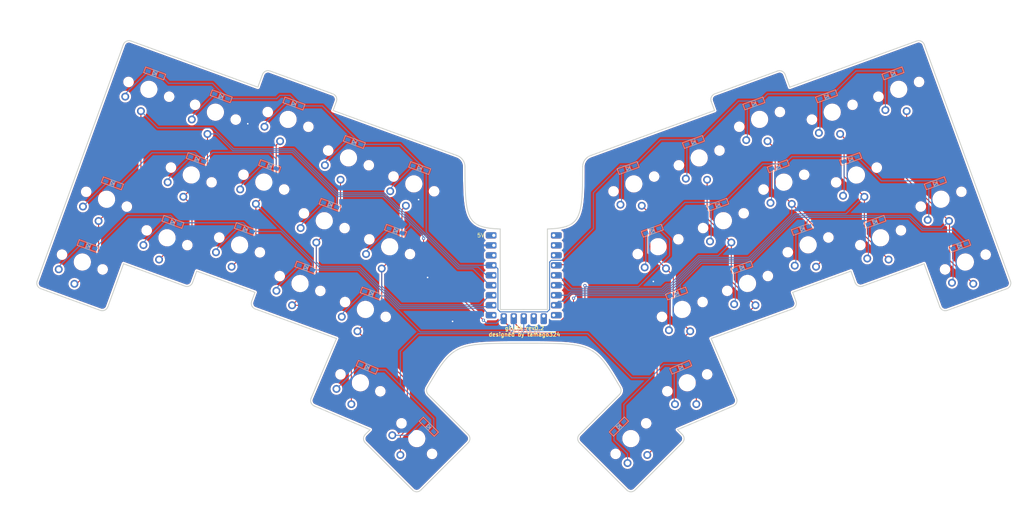
<source format=kicad_pcb>
(kicad_pcb (version 20211014) (generator pcbnew)
  (layers (0 "F.Cu" signal) (31 "B.Cu" signal) (34 "B.Paste" user) (35 "F.Paste" user) (36 "B.SilkS" user "B.Silkscreen") (37 "F.SilkS" user "F.Silkscreen") (38 "B.Mask" user) (39 "F.Mask" user) (44 "Edge.Cuts" user))
  (net 0 "")
  (net 1 "row0")
  (net 2 "Net-(D1-Pad2)")
  (net 3 "Net-(D2-Pad2)")
  (net 4 "Net-(D3-Pad2)")
  (net 5 "Net-(D4-Pad2)")
  (net 6 "Net-(D5-Pad2)")
  (net 7 "Net-(D6-Pad2)")
  (net 8 "Net-(D7-Pad2)")
  (net 9 "Net-(D8-Pad2)")
  (net 10 "Net-(D9-Pad2)")
  (net 11 "Net-(D10-Pad2)")
  (net 12 "row1")
  (net 13 "Net-(D11-Pad2)")
  (net 14 "Net-(D12-Pad2)")
  (net 15 "Net-(D13-Pad2)")
  (net 16 "Net-(D14-Pad2)")
  (net 17 "Net-(D15-Pad2)")
  (net 18 "Net-(D16-Pad2)")
  (net 19 "Net-(D17-Pad2)")
  (net 20 "Net-(D18-Pad2)")
  (net 21 "Net-(D19-Pad2)")
  (net 22 "Net-(D20-Pad2)")
  (net 23 "row2")
  (net 24 "Net-(D21-Pad2)")
  (net 25 "Net-(D22-Pad2)")
  (net 26 "Net-(D23-Pad2)")
  (net 27 "Net-(D24-Pad2)")
  (net 28 "Net-(D25-Pad2)")
  (net 29 "Net-(D26-Pad2)")
  (net 30 "Net-(D27-Pad2)")
  (net 31 "Net-(D28-Pad2)")
  (net 32 "Net-(D29-Pad2)")
  (net 33 "Net-(D30-Pad2)")
  (net 34 "row3")
  (net 35 "Net-(D31-Pad2)")
  (net 36 "Net-(D32-Pad2)")
  (net 37 "Net-(D33-Pad2)")
  (net 38 "Net-(D34-Pad2)")
  (net 42 "col5")
  (net 43 "col6")
  (net 44 "col7")
  (net 45 "col8")
  (net 46 "col9")
  (net 50 "col2")
  (net 51 "col3")
  (net 52 "col4")
  (net 53 "col1")
  (net 54 "col0")
  (net 56 "GND")
  (net 57 "VCC")
  (footprint "gku34:SW_Choc" (layer "F.Cu") (at 199.476843 36.727593 20)
    (fp_text reference "SW8" hide)
    (fp_text value "SW_PUSH")
  )
  (footprint "gku34:SW_Choc" (layer "F.Cu") (at 67.26 68.69 -20)
    (fp_text reference "SW23" hide)
    (fp_text value "SW_PUSH")
  )
  (footprint "gku34:RP2040-Zero" (layer "F.Cu") (at 129.345 89.105)
    (fp_text reference "RZ1")
    (fp_text value "RP2040-Zero" hide)
  )
  (footprint "gku34:Diode_SMD" (layer "F.Cu") (at 68.75 64.65 160)
    (fp_text reference "D23" hide)
    (fp_text value "D" hide)
  )
  (footprint "gku34:Diode_SMD" (layer "F.Cu") (at 210.36 64.61 -160)
    (fp_text reference "D28" hide)
    (fp_text value "D" hide)
  )
  (footprint "gku34:SW_Choc" (layer "F.Cu") (at 73.42 52.69 -20)
    (fp_text reference "SW13" hide)
    (fp_text value "SW_PUSH")
  )
  (footprint "gku34:Diode_SMD" (layer "F.Cu") (at 198.02 32.67 -160)
    (fp_text reference "D8" hide)
    (fp_text value "D" hide)
  )
  (footprint "gku34:SW_Choc" (layer "F.Cu") (at 111.56 53.15 -20)
    (fp_text reference "SW5" hide)
    (fp_text value "SW_PUSH")
  )
  (footprint "gku34:Diode_SMD" (layer "F.Cu") (at 90.29 58.49 160)
    (fp_text reference "D14" hide)
    (fp_text value "D" hide)
  )
  (footprint "gku34:Diode_SMD" (layer "F.Cu") (at 113.05 49.11 160)
    (fp_text reference "D5" hide)
    (fp_text value "D" hide)
  )
  (footprint "gku34:SW_Choc" (layer "F.Cu") (at 217.94 34.9 20)
    (fp_text reference "SW9" hide)
    (fp_text value "SW_PUSH")
  )
  (footprint "gku34:Diode_SMD" (layer "F.Cu") (at 34.93 53.01 160)
    (fp_text reference "D11" hide)
    (fp_text value "D" hide)
  )
  (footprint "gku34:SW_Choc" (layer "F.Cu") (at 48.81 66.86 -20)
    (fp_text reference "SW22" hide)
    (fp_text value "SW_PUSH")
  )
  (footprint "gku34:SW_Choc" (layer "F.Cu") (at 105.42 69.14 -20)
    (fp_text reference "SW15" hide)
    (fp_text value "SW_PUSH")
  )
  (footprint "gku34:SW_Choc" (layer "F.Cu") (at 234.85 29.08 20)
    (fp_text reference "SWe" hide)
    (fp_text value "SW_PUSH")
  )
  (footprint "gku34:Diode_SMD" (layer "F.Cu") (at 204.19 48.66 -160)
    (fp_text reference "D18" hide)
    (fp_text value "D" hide)
  )
  (footprint "gku34:Diode_SMD" (layer "F.Cu") (at 194.96 74.43 -160)
    (fp_text reference "D27" hide)
    (fp_text value "D" hide)
  )
  (footprint "gku34:Diode_SMD" (layer "F.Cu") (at 28.77 68.99 160)
    (fp_text reference "D21" hide)
    (fp_text value "D" hide)
  )
  (footprint "gku34:SW_Choc" (layer "F.Cu") (at 61.113157 34.897593 -20)
    (fp_text reference "SW2" hide)
    (fp_text value "SW_PUSH")
  )
  (footprint "gku34:Diode_SMD" (layer "F.Cu") (at 81.09 32.7 160)
    (fp_text reference "D3" hide)
    (fp_text value "D" hide)
  )
  (footprint "gku34:Diode_SMD" (layer "F.Cu") (at 250.33 68.97 -160)
    (fp_text reference "D30" hide)
    (fp_text value "D" hide)
  )
  (footprint "gku34:Diode_SMD" (layer "F.Cu") (at 96.44 42.48 160)
    (fp_text reference "D4" hide)
    (fp_text value "D" hide)
  )
  (footprint "gku34:SW_Choc" (layer "F.Cu") (at 166.75 117.97 45)
    (fp_text reference "SW33" hide)
    (fp_text value "SW_PUSH")
  )
  (footprint "gku34:Diode_SMD" (layer "F.Cu") (at 182.66 42.48 -160)
    (fp_text reference "D7" hide)
    (fp_text value "D" hide)
  )
  (footprint "gku34:Diode_SMD" (layer "F.Cu") (at 115.37 114.94 135)
    (fp_text reference "D32" hide)
    (fp_text value "D" hide)
  )
  (footprint "gku34:SW_Choc" (layer "F.Cu") (at 196.41 78.48 20)
    (fp_text reference "SW27" hide)
    (fp_text value "SW_PUSH")
  )
  (footprint "gku34:Diode_SMD" (layer "F.Cu") (at 222.63 46.83 -160)
    (fp_text reference "D19" hide)
    (fp_text value "D" hide)
  )
  (footprint "gku34:Diode_SMD" (layer "F.Cu") (at 50.31 62.82 160)
    (fp_text reference "D22" hide)
    (fp_text value "D" hide)
  )
  (footprint "gku34:SW_Choc" (layer "F.Cu") (at 251.786843 73.027593 20)
    (fp_text reference "SW30" hide)
    (fp_text value "SW_PUSH")
  )
  (footprint "gku34:SW_Choc" (layer "F.Cu") (at 230.25 66.86 20)
    (fp_text reference "SW29" hide)
    (fp_text value "SW_PUSH")
  )
  (footprint "gku34:Diode_SMD" (layer "F.Cu") (at 56.48 46.83 160)
    (fp_text reference "D12" hide)
    (fp_text value "D" hide)
  )
  (footprint "gku34:Diode_SMD" (layer "F.Cu") (at 74.91 48.64 160)
    (fp_text reference "D13" hide)
    (fp_text value "D" hide)
  )
  (footprint "gku34:SW_Choc" (layer "F.Cu") (at 82.63 78.5 -20)
    (fp_text reference "SW24" hide)
    (fp_text value "SW_PUSH")
  )
  (footprint "gku34:SW_Choc" (layer "F.Cu") (at 205.641691 52.701111 20)
    (fp_text reference "SW18" hide)
    (fp_text value "SW_PUSH")
  )
  (footprint "gku34:Diode_SMD" (layer "F.Cu") (at 244.16 52.98 -160)
    (fp_text reference "D20" hide)
    (fp_text value "D" hide)
  )
  (footprint "gku34:SW_Choc" (layer "F.Cu") (at 54.98 50.87 -20)
    (fp_text reference "SW12" hide)
    (fp_text value "SW_PUSH")
  )
  (footprint "gku34:Diode_SMD" (layer "F.Cu") (at 188.82 58.46 -160)
    (fp_text reference "D17" hide)
    (fp_text value "D" hide)
  )
  (footprint "gku34:Diode_SMD" (layer "F.Cu") (at 106.92 65.1 160)
    (fp_text reference "D15" hide)
    (fp_text value "D" hide)
  )
  (footprint "gku34:Diode_SMD" (layer "F.Cu") (at 166.05 49.11 -160)
    (fp_text reference "D6" hide)
    (fp_text value "D" hide)
  )
  (footprint "gku34:SW_Choc" (layer "F.Cu") (at 184.116843 46.537593 20)
    (fp_text reference "SW7" hide)
    (fp_text value "SW_PUSH")
  )
  (footprint "gku34:SW_Choc" (layer "F.Cu") (at 27.28 73.03 -20)
    (fp_text reference "SW21" hide)
    (fp_text value "SW_PUSH")
  )
  (footprint "gku34:SW_Choc" (layer "F.Cu") (at 211.81 68.67 20)
    (fp_text reference "SW28" hide)
    (fp_text value "SW_PUSH")
  )
  (footprint "gku34:SW_Choc" (layer "F.Cu") (at 99.243157 85.097593 -20)
    (fp_text reference "SW25" hide)
    (fp_text value "SW_PUSH")
  )
  (footprint "gku34:Diode_SMD" (layer "F.Cu") (at 216.49 30.85 -160)
    (fp_text reference "D9" hide)
    (fp_text value "D" hide)
  )
  (footprint "gku34:Diode_SMD" (layer "F.Cu") (at 233.39 25.02 -160)
    (fp_text reference "D10" hide)
    (fp_text value "D" hide)
  )
  (footprint "gku34:SW_Choc" (layer "F.Cu") (at 173.656843 69.127593 20)
    (fp_text reference "SW16" hide)
    (fp_text value "SW_PUSH")
  )
  (footprint "gku34:Diode_SMD" (layer "F.Cu") (at 100.74 81.06 160)
    (fp_text reference "D25" hide)
    (fp_text value "D" hide)
  )
  (footprint "gku34:SW_Choc" (layer "F.Cu") (at 112.31 117.97 -45)
    (fp_text reference "SW32" hide)
    (fp_text value "SW_PUSH")
  )
  (footprint "gku34:SW_Choc" (layer "F.Cu") (at 97.98474 103.777177 -23)
    (fp_text reference "SW31" hide)
    (fp_text value "SW_PUSH")
  )
  (footprint "gku34:SW_Choc" (layer "F.Cu") (at 167.496843 53.157593 20)
    (fp_text reference "SW6" hide)
    (fp_text value "SW_PUSH")
  )
  (footprint "gku34:SW_Choc" (layer "F.Cu") (at 88.79 62.52 -20)
    (fp_text reference "SW14" hide)
    (fp_text value "SW_PUSH")
  )
  (footprint "gku34:Diode_SMD" (layer "F.Cu") (at 228.8 62.81 -160)
    (fp_text reference "D29" hide)
    (fp_text value "D" hide)
  )
  (footprint "gku34:Diode_SMD" (layer "F.Cu") (at 163.71 114.91 -135)
    (fp_text reference "D33" hide)
    (fp_text value "D" hide)
  )
  (footprint "gku34:Diode_SMD" (layer "F.Cu") (at 178.36 81.04 -160)
    (fp_text reference "D26" hide)
    (fp_text value "D" hide)
  )
  (footprint "gku34:SW_Choc" (layer "F.Cu") (at 224.096843 50.887593 20)
    (fp_text reference "SW19" hide)
    (fp_text value "SW_PUSH")
  )
  (footprint "gku34:Diode_SMD" (layer "F.Cu") (at 99.69 99.82 157)
    (fp_text reference "D31" hide)
    (fp_text value "D" hide)
  )
  (footprint "gku34:Diode_SMD" (layer "F.Cu") (at 179.42 99.8 -157)
    (fp_text reference "D34" hide)
    (fp_text value "D" hide)
  )
  (footprint "gku34:SW_Choc" (layer "F.Cu") (at 181.08 103.77 23)
    (fp_text reference "SW34" hide)
    (fp_text value "SW_PUSH")
  )
  (footprint "gku34:SW_Choc" (layer "F.Cu") (at 44.19 29.08 -20)
    (fp_text reference "SW1" hide)
    (fp_text value "SW_PUSH")
  )
  (footprint "gku34:SW_Choc" (layer "F.Cu") (at 190.27 62.51 20)
    (fp_text reference "SW17" hide)
    (fp_text value "SW_PUSH")
  )
  (footprint "gku34:Diode_SMD" (layer "F.Cu") (at 45.68 25.04 160)
    (fp_text reference "D1" hide)
    (fp_text value "D" hide)
  )
  (footprint "gku34:SW_Choc" (layer "F.Cu") (at 79.59 36.74 -20)
    (fp_text reference "SW3" hide)
    (fp_text value "SW_PUSH")
  )
  (footprint "gku34:SW_Choc" (layer "F.Cu") (at 179.816843 85.097593 20)
    (fp_text reference "SW26" hide)
    (fp_text value "SW_PUSH")
  )
  (footprint "gku34:Diode_SMD" (layer "F.Cu") (at 62.6 30.85 160)
    (fp_text reference "D2" hide)
    (fp_text value "D" hide)
  )
  (footprint "gku34:Diode_SMD" (layer "F.Cu") (at 172.2 65.07 -160)
    (fp_text reference "D16" hide)
    (fp_text value "D" hide)
  )
  (footprint "gku34:SW_Choc" (layer "F.Cu") (at 245.616843 57.037593 20)
    (fp_text reference "SW20" hide)
    (fp_text value "SW_PUSH")
  )
  (footprint "gku34:Diode_SMD" (layer "F.Cu") (at 84.12 74.45 160)
    (fp_text reference "D24" hide)
    (fp_text value "D" hide)
  )
  (footprint "gku34:SW_Choc" (layer "F.Cu") (at 94.95 46.53 -20)
    (fp_text reference "SW4" hide)
    (fp_text value "SW_PUSH")
  )
  (footprint "gku34:SW_Choc" (layer "F.Cu") (at 33.433157 57.047593 -20)
    (fp_text reference "SW11" hide)
    (fp_text value "SW_PUSH")
  )
  (gr_line (start 113.362219 131.061425) (end 125.383034 119.04061) (layer "Edge.Cuts") (width 0.25))
  (gr_line (start 91.907698 92.501796) (end 85.455516 107.702185) (layer "Edge.Cuts") (width 0.25))
  (gr_line (start 125.383034 116.91929) (end 115.239825 106.77608) (layer "Edge.Cuts") (width 0.25))
  (gr_line (start 145.530003 64.629208) (end 145.530003 85.133358) (layer "Edge.Cuts") (width 0.25))
  (gr_arc (start 167.819107 131.061425) (mid 166.758447 131.500765) (end 165.697787 131.061425) (layer "Edge.Cuts") (width 0.25))
  (gr_arc (start 86.250176 109.669039) (mid 85.445497 108.850191) (end 85.455516 107.702185) (layer "Edge.Cuts") (width 0.25))
  (gr_arc (start 225.683077 79.161784) (mid 224.536091 79.111732) (end 223.760508 78.265275) (layer "Edge.Cuts") (width 0.25))
  (gr_arc (start 99.220083 119.04061) (mid 98.780743 117.97995) (end 99.220083 116.91929) (layer "Edge.Cuts") (width 0.25))
  (gr_line (start 245.292247 84.432013) (end 241.304591 73.476018) (layer "Edge.Cuts") (width 0.25))
  (gr_line (start 16.700946 79.816468) (end 31.84519 85.328522) (layer "Edge.Cuts") (width 0.25))
  (gr_arc (start 115.239825 106.77608) (mid 114.812905 105.908052) (end 115.004642 104.959912) (layer "Edge.Cuts") (width 0.25))
  (gr_line (start 239.419191 16.789697) (end 207.144139 28.536856) (layer "Edge.Cuts") (width 0.25))
  (gr_arc (start 263.255568 77.893899) (mid 263.205485 79.040854) (end 262.35906 79.816468) (layer "Edge.Cuts") (width 0.25))
  (gr_line (start 222.700027 75.351628) (end 207.884792 80.743933) (layer "Edge.Cuts") (width 0.25))
  (gr_curve (pts (xy 164.055364 104.959912) (xy 157.48209 93.685472) (xy 156.99346 93.67829) (xy 139.530003 93.681048)) (layer "Edge.Cuts") (width 0.25))
  (gr_arc (start 125.383034 116.91929) (mid 125.822374 117.97995) (end 125.383034 119.04061) (layer "Edge.Cuts") (width 0.25))
  (gr_arc (start 16.700946 79.816468) (mid 15.854515 79.040856) (end 15.804438 77.893899) (layer "Edge.Cuts") (width 0.25))
  (gr_arc (start 247.214816 85.328522) (mid 246.067873 85.278436) (end 245.292247 84.432013) (layer "Edge.Cuts") (width 0.25))
  (gr_curve (pts (xy 154.502178 48.76833) (xy 154.487934 62.141197) (xy 154.042697 64.313791) (xy 145.530003 64.629208)) (layer "Edge.Cuts") (width 0.25))
  (gr_arc (start 193.60449 107.702185) (mid 193.61453 108.850215) (end 192.80983 109.669039) (layer "Edge.Cuts") (width 0.25))
  (gr_line (start 100.444992 115.694381) (end 99.220083 116.91929) (layer "Edge.Cuts") (width 0.25))
  (gr_arc (start 239.419191 16.789697) (mid 240.566136 16.839785) (end 241.34176 17.686206) (layer "Edge.Cuts") (width 0.25))
  (gr_line (start 133.530003 64.629208) (end 133.530003 85.133358) (layer "Edge.Cuts") (width 0.25))
  (gr_line (start 262.35906 79.816468) (end 247.214816 85.328522) (layer "Edge.Cuts") (width 0.25))
  (gr_line (start 71.231089 84.976126) (end 91.907698 92.501796) (layer "Edge.Cuts") (width 0.25))
  (gr_curve (pts (xy 115.004642 104.959912) (xy 121.577916 93.685472) (xy 122.066546 93.67829) (xy 139.530003 93.681048)) (layer "Edge.Cuts") (width 0.25))
  (gr_line (start 204.051166 24.424689) (end 188.076391 30.239031) (layer "Edge.Cuts") (width 0.25))
  (gr_line (start 192.80983 109.669039) (end 178.615014 115.694381) (layer "Edge.Cuts") (width 0.25))
  (gr_line (start 207.828917 84.976126) (end 187.152308 92.501796) (layer "Edge.Cuts") (width 0.25))
  (gr_line (start 187.152308 92.501796) (end 193.60449 107.702185) (layer "Edge.Cuts") (width 0.25))
  (gr_line (start 33.767759 84.432013) (end 37.755415 73.476018) (layer "Edge.Cuts") (width 0.25))
  (gr_line (start 153.676972 116.91929) (end 163.820181 106.77608) (layer "Edge.Cuts") (width 0.25))
  (gr_arc (start 154.502178 48.76833) (mid 155.045633 47.04948) (end 156.476116 45.952447) (layer "Edge.Cuts") (width 0.25))
  (gr_line (start 179.839923 119.04061) (end 167.819107 131.061425) (layer "Edge.Cuts") (width 0.25))
  (gr_arc (start 187.179883 32.1616) (mid 187.229931 31.014617) (end 188.076391 30.239031) (layer "Edge.Cuts") (width 0.25))
  (gr_line (start 71.915867 28.536856) (end 73.086271 25.321197) (layer "Edge.Cuts") (width 0.25))
  (gr_line (start 86.250176 109.669039) (end 100.444992 115.694381) (layer "Edge.Cuts") (width 0.25))
  (gr_arc (start 179.839923 116.91929) (mid 180.279263 117.97995) (end 179.839923 119.04061) (layer "Edge.Cuts") (width 0.25))
  (gr_line (start 223.760508 78.265275) (end 222.700027 75.351628) (layer "Edge.Cuts") (width 0.25))
  (gr_arc (start 164.055364 104.959912) (mid 164.247099 105.908053) (end 163.820181 106.77608) (layer "Edge.Cuts") (width 0.25))
  (gr_line (start 91.039489 34.471224) (end 122.58389 45.952447) (layer "Edge.Cuts") (width 0.25))
  (gr_line (start 133.530003 85.133358) (end 139.530003 85.133358) (layer "Edge.Cuts") (width 0.25))
  (gr_arc (start 204.051166 24.424689) (mid 205.198126 24.474762) (end 205.973735 25.321197) (layer "Edge.Cuts") (width 0.25))
  (gr_line (start 99.220083 119.04061) (end 111.240899 131.061425) (layer "Edge.Cuts") (width 0.25))
  (gr_line (start 56.359979 75.351628) (end 71.175214 80.743933) (layer "Edge.Cuts") (width 0.25))
  (gr_line (start 188.020517 34.471224) (end 156.476116 45.952447) (layer "Edge.Cuts") (width 0.25))
  (gr_arc (start 33.767759 84.432013) (mid 32.992148 85.278445) (end 31.84519 85.328522) (layer "Edge.Cuts") (width 0.25))
  (gr_line (start 187.179883 32.1616) (end 188.020517 34.471224) (layer "Edge.Cuts") (width 0.25))
  (gr_arc (start 55.299498 78.265275) (mid 54.523886 79.111706) (end 53.376929 79.161784) (layer "Edge.Cuts") (width 0.25))
  (gr_line (start 263.255568 77.893899) (end 241.34176 17.686206) (layer "Edge.Cuts") (width 0.25))
  (gr_arc (start 113.362219 131.061425) (mid 112.301559 131.500765) (end 111.240899 131.061425) (layer "Edge.Cuts") (width 0.25))
  (gr_arc (start 208.725426 83.053557) (mid 208.675368 84.200531) (end 207.828917 84.976126) (layer "Edge.Cuts") (width 0.25))
  (gr_curve (pts (xy 124.557828 48.76833) (xy 124.572072 62.141197) (xy 125.017309 64.313791) (xy 133.530003 64.629208)) (layer "Edge.Cuts") (width 0.25))
  (gr_line (start 37.755415 73.476018) (end 53.376929 79.161784) (layer "Edge.Cuts") (width 0.25))
  (gr_arc (start 90.983615 30.239031) (mid 91.830046 31.014643) (end 91.880123 32.1616) (layer "Edge.Cuts") (width 0.25))
  (gr_arc (start 73.086271 25.321197) (mid 73.861883 24.474766) (end 75.00884 24.424689) (layer "Edge.Cuts") (width 0.25))
  (gr_line (start 145.530003 85.133358) (end 139.530003 85.133358) (layer "Edge.Cuts") (width 0.25))
  (gr_line (start 178.615014 115.694381) (end 179.839923 116.91929) (layer "Edge.Cuts") (width 0.25))
  (gr_line (start 71.175214 80.743933) (end 70.33458 83.053557) (layer "Edge.Cuts") (width 0.25))
  (gr_line (start 39.640815 16.789697) (end 71.915867 28.536856) (layer "Edge.Cuts") (width 0.25))
  (gr_line (start 241.304591 73.476018) (end 225.683077 79.161784) (layer "Edge.Cuts") (width 0.25))
  (gr_arc (start 122.58389 45.952447) (mid 124.014369 47.049487) (end 124.557828 48.76833) (layer "Edge.Cuts") (width 0.25))
  (gr_line (start 55.299498 78.265275) (end 56.359979 75.351628) (layer "Edge.Cuts") (width 0.25))
  (gr_line (start 207.144139 28.536856) (end 205.973735 25.321197) (layer "Edge.Cuts") (width 0.25))
  (gr_line (start 207.884792 80.743933) (end 208.725426 83.053557) (layer "Edge.Cuts") (width 0.25))
  (gr_line (start 75.00884 24.424689) (end 90.983615 30.239031) (layer "Edge.Cuts") (width 0.25))
  (gr_line (start 15.804438 77.893899) (end 37.718246 17.686206) (layer "Edge.Cuts") (width 0.25))
  (gr_arc (start 153.676972 119.04061) (mid 153.237633 117.97995) (end 153.676972 116.91929) (layer "Edge.Cuts") (width 0.25))
  (gr_line (start 165.697787 131.061425) (end 153.676972 119.04061) (layer "Edge.Cuts") (width 0.25))
  (gr_line (start 91.880123 32.1616) (end 91.039489 34.471224) (layer "Edge.Cuts") (width 0.25))
  (gr_arc (start 71.231089 84.976126) (mid 70.384657 84.200515) (end 70.33458 83.053557) (layer "Edge.Cuts") (width 0.25))
  (gr_arc (start 37.718246 17.686206) (mid 38.493858 16.839774) (end 39.640815 16.789697) (layer "Edge.Cuts") (width 0.25))
  (gr_text "JLCJLCJLCJLC" (at 139.7 90.66) (layer "B.SilkS") (effects (font (size 0.8 0.8) (thickness 0.2)) (justify mirror)))
  (gr_text "gku34 rev0.2\ndesigned by tamago324" (at 139.7 90.678) (layer "F.SilkS") (effects (font (size 1 1) (thickness 0.2))))
  (segment (start 64.267954 31.457086) (end 76.692914 31.457086) (width 0.25) (layer "B.Cu") (net 1))
  (segment (start 149.15 72.58) (end 146.534695 72.58) (width 0.25) (layer "B.Cu") (net 1))
  (segment (start 201.507954 30.242914) (end 199.687954 32.062914) (width 0.25) (layer "B.Cu") (net 1))
  (segment (start 174.347954 41.872914) (end 167.717954 48.502914) (width 0.25) (layer "B.Cu") (net 1))
  (segment (start 235.057954 24.412914) (end 223.987954 24.412914) (width 0.25) (layer "B.Cu") (net 1))
  (segment (start 88.327954 33.307086) (end 98.107954 43.087086) (width 0.25) (layer "B.Cu") (net 1))
  (segment (start 164.139297 48.502914) (end 157.22 55.422211) (width 0.25) (layer "B.Cu") (net 1))
  (segment (start 77.53 30.62) (end 80.070868 30.62) (width 0.25) (layer "B.Cu") (net 1))
  (segment (start 108.087954 43.087086) (end 98.107954 43.087086) (width 0.25) (layer "B.Cu") (net 1))
  (segment (start 223.987954 24.412914) (end 218.157954 30.242914) (width 0.25) (layer "B.Cu") (net 1))
  (segment (start 146.09 73.024695) (end 146.09 85.12) (width 0.25) (layer "B.Cu") (net 1))
  (segment (start 157.22 55.422211) (end 157.22 64.51) (width 0.25) (layer "B.Cu") (net 1))
  (segment (start 194.137954 32.062914) (end 184.327954 41.872914) (width 0.25) (layer "B.Cu") (net 1))
  (segment (start 167.717954 48.502914) (end 164.139297 48.502914) (width 0.25) (layer "B.Cu") (net 1))
  (segment (start 132.94 85.13) (end 132.94 74.75) (width 0.25) (layer "B.Cu") (net 1))
  (segment (start 114.717954 49.717086) (end 108.087954 43.087086) (width 0.25) (layer "B.Cu") (net 1))
  (segment (start 146.534695 72.58) (end 146.09 73.024695) (width 0.25) (layer "B.Cu") (net 1))
  (segment (start 218.157954 30.242914) (end 201.507954 30.242914) (width 0.25) (layer "B.Cu") (net 1))
  (segment (start 157.22 64.51) (end 149.15 72.58) (width 0.25) (layer "B.Cu") (net 1))
  (segment (start 123.178692 73.865) (end 131.885 73.865) (width 0.25) (layer "B.Cu") (net 1))
  (segment (start 184.327954 41.872914) (end 174.347954 41.872914) (width 0.25) (layer "B.Cu") (net 1))
  (segment (start 132.94 74.75) (end 131.895 73.705) (width 0.25) (layer "B.Cu") (net 1))
  (segment (start 49.250868 27.55) (end 60.360868 27.55) (width 0.25) (layer "B.Cu") (net 1))
  (segment (start 133.53 85.72) (end 132.94 85.13) (width 0.25) (layer "B.Cu") (net 1))
  (segment (start 114.717954 49.717086) (end 114.717954 65.404262) (width 0.25) (layer "B.Cu") (net 1))
  (segment (start 47.347954 25.647086) (end 49.250868 27.55) (width 0.25) (layer "B.Cu") (net 1))
  (segment (start 146.09 85.12) (end 145.49 85.72) (width 0.25) (layer "B.Cu") (net 1))
  (segment (start 82.757954 33.307086) (end 88.327954 33.307086) (width 0.25) (layer "B.Cu") (net 1))
  (segment (start 60.360868 27.55) (end 64.267954 31.457086) (width 0.25) (layer "B.Cu") (net 1))
  (segment (start 114.717954 65.404262) (end 123.178692 73.865) (width 0.25) (layer "B.Cu") (net 1))
  (segment (start 76.692914 31.457086) (end 77.53 30.62) (width 0.25) (layer "B.Cu") (net 1))
  (segment (start 80.070868 30.62) (end 82.757954 33.307086) (width 0.25) (layer "B.Cu") (net 1))
  (segment (start 199.687954 32.062914) (end 194.137954 32.062914) (width 0.25) (layer "B.Cu") (net 1))
  (segment (start 145.49 85.72) (end 133.53 85.72) (width 0.25) (layer "B.Cu") (net 1))
  (segment (start 38.19186 30.2531) (end 38.19186 30.940731) (width 0.25) (layer "B.Cu") (net 2))
  (segment (start 44.012046 24.432914) (end 38.19186 30.2531) (width 0.25) (layer "B.Cu") (net 2))
  (segment (start 60.932046 30.242914) (end 55.115017 36.059943) (width 0.25) (layer "B.Cu") (net 3))
  (segment (start 55.115017 36.059943) (end 55.115017 36.758324) (width 0.25) (layer "B.Cu") (net 3))
  (segment (start 73.59186 37.9231) (end 73.59186 38.600731) (width 0.25) (layer "B.Cu") (net 4))
  (segment (start 79.422046 32.092914) (end 73.59186 37.9231) (width 0.25) (layer "B.Cu") (net 4))
  (segment (start 94.772046 41.872914) (end 88.95186 47.6931) (width 0.25) (layer "B.Cu") (net 5))
  (segment (start 88.95186 47.6931) (end 88.95186 48.390731) (width 0.25) (layer "B.Cu") (net 5))
  (segment (start 111.382046 48.502914) (end 105.56186 54.3231) (width 0.25) (layer "B.Cu") (net 6))
  (segment (start 105.56186 54.3231) (end 105.56186 55.010731) (width 0.25) (layer "B.Cu") (net 6))
  (segment (start 164.382046 49.717086) (end 164.382046 58.154536) (width 0.25) (layer "B.Cu") (net 7))
  (segment (start 164.382046 58.154536) (end 164.098056 58.438526) (width 0.25) (layer "B.Cu") (net 7))
  (segment (start 180.992046 51.544536) (end 180.718056 51.818526) (width 0.25) (layer "B.Cu") (net 8))
  (segment (start 180.992046 43.087086) (end 180.992046 51.544536) (width 0.25) (layer "B.Cu") (net 8))
  (segment (start 196.352046 41.734536) (end 196.078056 42.008526) (width 0.25) (layer "B.Cu") (net 9))
  (segment (start 196.352046 33.277086) (end 196.352046 41.734536) (width 0.25) (layer "B.Cu") (net 9))
  (segment (start 214.822046 39.9001) (end 214.541213 40.180933) (width 0.25) (layer "B.Cu") (net 10))
  (segment (start 214.822046 31.457086) (end 214.822046 39.9001) (width 0.25) (layer "B.Cu") (net 10))
  (segment (start 231.451213 34.360933) (end 231.451213 25.897919) (width 0.25) (layer "B.Cu") (net 11))
  (segment (start 231.451213 25.897919) (end 231.722046 25.627086) (width 0.25) (layer "B.Cu") (net 11))
  (segment (start 122.37 80.94) (end 129.26 87.83) (width 0.25) (layer "F.Cu") (net 12))
  (segment (start 134.435 88.055) (end 134.435 86.615) (width 0.25) (layer "F.Cu") (net 12))
  (segment (start 114.043151 68.003151) (end 122.37 76.33) (width 0.25) (layer "F.Cu") (net 12))
  (segment (start 122.37 76.33) (end 122.37 80.94) (width 0.25) (layer "F.Cu") (net 12))
  (segment (start 147.176396 90.38) (end 136.76 90.38) (width 0.25) (layer "F.Cu") (net 12))
  (segment (start 155.06 79.028919) (end 155.06 82.496396) (width 0.25) (layer "F.Cu") (net 12))
  (segment (start 155.06 82.496396) (end 147.176396 90.38) (width 0.25) (layer "F.Cu") (net 12))
  (segment (start 136.76 90.38) (end 134.435 88.055) (width 0.25) (layer "F.Cu") (net 12))
  (segment (start 114.043151 67.026849) (end 114.043151 68.003151) (width 0.25) (layer "F.Cu") (net 12))
  (via (at 114.043151 67.026849) (size 0.8) (drill 0.4) (layers "F.Cu" "B.Cu") (net 12))
  (via (at 129.26 87.83) (size 0.8) (drill 0.4) (layers "F.Cu" "B.Cu") (net 12))
  (via (at 155.06 79.028919) (size 0.8) (drill 0.4) (layers "F.Cu" "B.Cu") (net 12))
  (segment (start 114.043151 67.026849) (end 114.043151 66.638647) (width 0.25) (layer "B.Cu") (net 12))
  (segment (start 91.957954 59.097086) (end 91.957954 56.430746) (width 0.25) (layer "B.Cu") (net 12))
  (segment (start 176.59 71.38) (end 176.59 67.18496) (width 0.25) (layer "B.Cu") (net 12))
  (segment (start 155.06 79.028919) (end 155.3345 79.303419) (width 0.25) (layer "B.Cu") (net 12))
  (segment (start 74.87 45.13) (end 74.82 45.13) (width 0.25) (layer "B.Cu") (net 12))
  (segment (start 91.877208 56.35) (end 103.754504 56.35) (width 0.25) (layer "B.Cu") (net 12))
  (segment (start 190.487954 57.852914) (end 180.477954 57.852914) (width 0.25) (layer "B.Cu") (net 12))
  (segment (start 74.82 45.13) (end 80.657208 45.13) (width 0.25) (layer "B.Cu") (net 12))
  (segment (start 230.447954 52.372914) (end 224.297954 46.222914) (width 0.25) (layer "B.Cu") (net 12))
  (segment (start 108.587954 65.707086) (end 110.512252 63.782788) (width 0.25) (layer "B.Cu") (net 12))
  (segment (start 80.657208 45.13) (end 91.877208 56.35) (width 0.25) (layer "B.Cu") (net 12))
  (segment (start 91.957954 56.430746) (end 91.877208 56.35) (width 0.25) (layer "B.Cu") (net 12))
  (segment (start 130.05 88.62) (end 132.58 88.62) (width 0.25) (layer "B.Cu") (net 12))
  (segment (start 207.687954 46.222914) (end 205.857954 48.052914) (width 0.25) (layer "B.Cu") (net 12))
  (segment (start 245.827954 52.372914) (end 230.447954 52.372914) (width 0.25) (layer "B.Cu") (net 12))
  (segment (start 60.45504 45.13) (end 74.82 45.13) (width 0.25) (layer "B.Cu") (net 12))
  (segment (start 76.577954 46.837954) (end 74.87 45.13) (width 0.25) (layer "B.Cu") (net 12))
  (segment (start 129.26 87.83) (end 130.05 88.62) (width 0.25) (layer "B.Cu") (net 12))
  (segment (start 76.577954 49.247086) (end 76.577954 46.837954) (width 0.25) (layer "B.Cu") (net 12))
  (segment (start 205.857954 48.052914) (end 200.287954 48.052914) (width 0.25) (layer "B.Cu") (net 12))
  (segment (start 58.147954 47.437086) (end 60.45504 45.13) (width 0.25) (layer "B.Cu") (net 12))
  (segment (start 200.287954 48.052914) (end 190.487954 57.852914) (width 0.25) (layer "B.Cu") (net 12))
  (segment (start 168.666581 79.303419) (end 176.59 71.38) (width 0.25) (layer "B.Cu") (net 12))
  (segment (start 224.297954 46.222914) (end 207.687954 46.222914) (width 0.25) (layer "B.Cu") (net 12))
  (segment (start 176.59 67.18496) (end 173.867954 64.462914) (width 0.25) (layer "B.Cu") (net 12))
  (segment (start 55.940115 45.229247) (end 58.147954 47.437086) (width 0.25) (layer "B.Cu") (net 12))
  (segment (start 103.754504 56.35) (end 110.512252 63.107748) (width 0.25) (layer "B.Cu") (net 12))
  (segment (start 132.58 88.62) (end 134.425 86.775) (width 0.25) (layer "B.Cu") (net 12))
  (segment (start 44.985793 45.229247) (end 55.940115 45.229247) (width 0.25) (layer "B.Cu") (net 12))
  (segment (start 180.477954 57.852914) (end 173.867954 64.462914) (width 0.25) (layer "B.Cu") (net 12))
  (segment (start 110.512252 63.782788) (end 110.512252 63.107748) (width 0.25) (layer "B.Cu") (net 12))
  (segment (start 114.043151 66.638647) (end 110.512252 63.107748) (width 0.25) (layer "B.Cu") (net 12))
  (segment (start 155.3345 79.303419) (end 168.666581 79.303419) (width 0.25) (layer "B.Cu") (net 12))
  (segment (start 36.597954 53.617086) (end 44.985793 45.229247) (width 0.25) (layer "B.Cu") (net 12))
  (segment (start 27.435017 58.908324) (end 33.262046 53.081295) (width 0.25) (layer "B.Cu") (net 13))
  (segment (start 33.262046 53.081295) (end 33.262046 52.402914) (width 0.25) (layer "B.Cu") (net 13))
  (segment (start 54.812046 46.222914) (end 48.98186 52.0531) (width 0.25) (layer "B.Cu") (net 14))
  (segment (start 48.98186 52.0531) (end 48.98186 52.730731) (width 0.25) (layer "B.Cu") (net 14))
  (segment (start 67.42186 53.8531) (end 67.42186 54.550731) (width 0.25) (layer "B.Cu") (net 15))
  (segment (start 73.242046 48.032914) (end 67.42186 53.8531) (width 0.25) (layer "B.Cu") (net 15))
  (segment (start 82.79186 63.7131) (end 82.79186 64.380731) (width 0.25) (layer "B.Cu") (net 16))
  (segment (start 88.622046 57.882914) (end 82.79186 63.7131) (width 0.25) (layer "B.Cu") (net 16))
  (segment (start 105.252046 64.492914) (end 99.42186 70.3231) (width 0.25) (layer "B.Cu") (net 17))
  (segment (start 99.42186 70.3231) (end 99.42186 71.000731) (width 0.25) (layer "B.Cu") (net 17))
  (segment (start 170.532046 74.134536) (end 170.258056 74.408526) (width 0.25) (layer "B.Cu") (net 18))
  (segment (start 170.532046 65.677086) (end 170.532046 74.134536) (width 0.25) (layer "B.Cu") (net 18))
  (segment (start 187.152046 67.5101) (end 186.871213 67.790933) (width 0.25) (layer "B.Cu") (net 19))
  (segment (start 187.152046 59.067086) (end 187.152046 67.5101) (width 0.25) (layer "B.Cu") (net 19))
  (segment (start 202.522046 57.702902) (end 202.242904 57.982044) (width 0.25) (layer "B.Cu") (net 20))
  (segment (start 202.522046 49.267086) (end 202.522046 57.702902) (width 0.25) (layer "B.Cu") (net 20))
  (segment (start 220.962046 55.904536) (end 220.698056 56.168526) (width 0.25) (layer "B.Cu") (net 21))
  (segment (start 220.962046 47.437086) (end 220.962046 55.904536) (width 0.25) (layer "B.Cu") (net 21))
  (segment (start 242.492046 53.587086) (end 242.492046 62.044536) (width 0.25) (layer "B.Cu") (net 22))
  (segment (start 242.492046 62.044536) (end 242.218056 62.318526) (width 0.25) (layer "B.Cu") (net 22))
  (segment (start 146.99 89.93) (end 138.55 89.93) (width 0.25) (layer "F.Cu") (net 23))
  (segment (start 152.17 84.75) (end 146.99 89.93) (width 0.25) (layer "F.Cu") (net 23))
  (segment (start 136.975 88.355) (end 136.975 86.615) (width 0.25) (layer "F.Cu") (net 23))
  (segment (start 152.17 82.26) (end 152.17 84.75) (width 0.25) (layer "F.Cu") (net 23))
  (segment (start 138.55 89.93) (end 136.975 88.355) (width 0.25) (layer "F.Cu") (net 23))
  (via (at 152.17 82.26) (size 0.8) (drill 0.4) (layers "F.Cu" "B.Cu") (net 23))
  (segment (start 136.46 90.82) (end 113.203604 90.82) (width 0.25) (layer "B.Cu") (net 23))
  (segment (start 175.328792 81.553419) (end 176.449297 80.432914) (width 0.25) (layer "B.Cu") (net 23))
  (segment (start 52.355793 63.049247) (end 68.210115 63.049247) (width 0.25) (layer "B.Cu") (net 23))
  (segment (start 180.027954 80.432914) (end 179.324 79.72896) (width 0.25) (layer "B.Cu") (net 23))
  (segment (start 49.770115 61.219247) (end 38.815793 61.219247) (width 0.25) (layer "B.Cu") (net 23))
  (segment (start 231.011621 61.659247) (end 230.467954 62.202914) (width 0.25) (layer "B.Cu") (net 23))
  (segment (start 70.417954 65.257086) (end 77.788585 65.257086) (width 0.25) (layer "B.Cu") (net 23))
  (segment (start 113.203604 90.82) (end 104.05069 81.667086) (width 0.25) (layer "B.Cu") (net 23))
  (segment (start 38.815793 61.219247) (end 30.437954 69.597086) (width 0.25) (layer "B.Cu") (net 23))
  (segment (start 51.977954 63.427086) (end 49.770115 61.219247) (width 0.25) (layer "B.Cu") (net 23))
  (segment (start 229.924287 61.659247) (end 212.469247 61.659247) (width 0.25) (layer "B.Cu") (net 23))
  (segment (start 51.977954 63.427086) (end 52.355793 63.049247) (width 0.25) (layer "B.Cu") (net 23))
  (segment (start 212.027954 64.002914) (end 211.54 63.51496) (width 0.25) (layer "B.Cu") (net 23))
  (segment (start 240.74 64.91) (end 237.489247 61.659247) (width 0.25) (layer "B.Cu") (net 23))
  (segment (start 208.791621 61.659247) (end 196.627954 73.822914) (width 0.25) (layer "B.Cu") (net 23))
  (segment (start 85.787954 73.256455) (end 85.787954 75.057086) (width 0.25) (layer "B.Cu") (net 23))
  (segment (start 196.13504 73.33) (end 184.734 73.33) (width 0.25) (layer "B.Cu") (net 23))
  (segment (start 248.54504 64.91) (end 240.74 64.91) (width 0.25) (layer "B.Cu") (net 23))
  (segment (start 152.876581 81.553419) (end 175.328792 81.553419) (width 0.25) (layer "B.Cu") (net 23))
  (segment (start 177.631086 80.432914) (end 176.449297 80.432914) (width 0.25) (layer "B.Cu") (net 23))
  (segment (start 77.788585 65.257086) (end 85.787954 73.256455) (width 0.25) (layer "B.Cu") (net 23))
  (segment (start 184.734 73.33) (end 179.324 78.74) (width 0.25) (layer "B.Cu") (net 23))
  (segment (start 211.54 63.51496) (end 211.54 62.588494) (width 0.25) (layer "B.Cu") (net 23))
  (segment (start 179.324 78.74) (end 177.631086 80.432914) (width 0.25) (layer "B.Cu") (net 23))
  (segment (start 211.54 62.588494) (end 212.469247 61.659247) (width 0.25) (layer "B.Cu") (net 23))
  (segment (start 136.965 90.315) (end 136.46 90.82) (width 0.25) (layer "B.Cu") (net 23))
  (segment (start 152.17 82.26) (end 152.876581 81.553419) (width 0.25) (layer "B.Cu") (net 23))
  (segment (start 212.469247 61.659247) (end 208.791621 61.659247) (width 0.25) (layer "B.Cu") (net 23))
  (segment (start 104.05069 81.667086) (end 102.407954 81.667086) (width 0.25) (layer "B.Cu") (net 23))
  (segment (start 97.44069 75.057086) (end 102.407954 80.02435) (width 0.25) (layer "B.Cu") (net 23))
  (segment (start 237.489247 61.659247) (end 231.011621 61.659247) (width 0.25) (layer "B.Cu") (net 23))
  (segment (start 230.467954 62.202914) (end 229.924287 61.659247) (width 0.25) (layer "B.Cu") (net 23))
  (segment (start 136.965 86.775) (end 136.965 90.315) (width 0.25) (layer "B.Cu") (net 23))
  (segment (start 196.627954 73.822914) (end 196.13504 73.33) (width 0.25) (layer "B.Cu") (net 23))
  (segment (start 85.787954 75.057086) (end 97.44069 75.057086) (width 0.25) (layer "B.Cu") (net 23))
  (segment (start 179.324 79.72896) (end 179.324 78.74) (width 0.25) (layer "B.Cu") (net 23))
  (segment (start 251.997954 68.362914) (end 248.54504 64.91) (width 0.25) (layer "B.Cu") (net 23))
  (segment (start 68.210115 63.049247) (end 70.417954 65.257086) (width 0.25) (layer "B.Cu") (net 23))
  (segment (start 102.407954 80.02435) (end 102.407954 81.667086) (width 0.25) (layer "B.Cu") (net 23))
  (segment (start 27.102046 68.382914) (end 21.28186 74.2031) (width 0.25) (layer "B.Cu") (net 24))
  (segment (start 21.28186 74.2031) (end 21.28186 74.890731) (width 0.25) (layer "B.Cu") (net 24))
  (segment (start 48.642046 62.212914) (end 42.81186 68.0431) (width 0.25) (layer "B.Cu") (net 25))
  (segment (start 42.81186 68.0431) (end 42.81186 68.720731) (width 0.25) (layer "B.Cu") (net 25))
  (segment (start 67.082046 64.042914) (end 61.26186 69.8631) (width 0.25) (layer "B.Cu") (net 26))
  (segment (start 61.26186 69.8631) (end 61.26186 70.550731) (width 0.25) (layer "B.Cu") (net 26))
  (segment (start 76.63186 79.6631) (end 76.63186 80.360731) (width 0.25) (layer "B.Cu") (net 27))
  (segment (start 82.452046 73.842914) (end 76.63186 79.6631) (width 0.25) (layer "B.Cu") (net 27))
  (segment (start 93.245017 86.279943) (end 93.245017 86.958324) (width 0.25) (layer "B.Cu") (net 28))
  (segment (start 99.072046 80.452914) (end 93.245017 86.279943) (width 0.25) (layer "B.Cu") (net 28))
  (segment (start 176.692046 90.104536) (end 176.418056 90.378526) (width 0.25) (layer "B.Cu") (net 29))
  (segment (start 176.692046 81.647086) (end 176.692046 90.104536) (width 0.25) (layer "B.Cu") (net 29))
  (segment (start 193.292046 75.037086) (end 193.292046 83.4801) (width 0.25) (layer "B.Cu") (net 30))
  (segment (start 193.292046 83.4801) (end 193.011213 83.760933) (width 0.25) (layer "B.Cu") (net 30))
  (segment (start 208.692046 73.6701) (end 208.411213 73.950933) (width 0.25) (layer "B.Cu") (net 31))
  (segment (start 208.692046 65.217086) (end 208.692046 73.6701) (width 0.25) (layer "B.Cu") (net 31))
  (segment (start 227.132046 63.417086) (end 227.132046 71.8601) (width 0.25) (layer "B.Cu") (net 32))
  (segment (start 227.132046 71.8601) (end 226.851213 72.140933) (width 0.25) (layer "B.Cu") (net 32))
  (segment (start 248.662046 78.034536) (end 248.388056 78.308526) (width 0.25) (layer "B.Cu") (net 33))
  (segment (start 248.662046 69.577086) (end 248.662046 78.034536) (width 0.25) (layer "B.Cu") (net 33))
  (segment (start 116.625115 112.835115) (end 108.145 104.355) (width 0.25) (layer "B.Cu") (net 34))
  (segment (start 156 91.5) (end 156 91.51) (width 0.25) (layer "B.Cu") (net 34))
  (segment (start 108.145 104.355) (end 108.145 95.775) (width 0.25) (layer "B.Cu") (net 34))
  (segment (start 116.625115 116.195115) (end 116.625115 112.835115) (width 0.25) (layer "B.Cu") (net 34))
  (segment (start 108.145 104.355) (end 104.303548 100.513548) (width 0.25) (layer "B.Cu") (net 34))
  (segment (start 138.84 91.27) (end 139.515 90.595) (width 0.25) (layer "B.Cu") (net 34))
  (segment (start 171.775 102.495) (end 175.163548 99.106452) (width 0.25) (layer "B.Cu") (net 34))
  (segment (start 166.985 102.495) (end 171.775 102.495) (width 0.25) (layer "B.Cu") (net 34))
  (segment (start 164.965115 113.654885) (end 164.965115 109.304885) (width 0.25) (layer "B.Cu") (net 34))
  (segment (start 156 91.51) (end 166.985 102.495) (width 0.25) (layer "B.Cu") (net 34))
  (segment (start 164.965115 109.304885) (end 171.775 102.495) (width 0.25) (layer "B.Cu") (net 34))
  (segment (start 108.145 95.775) (end 112.65 91.27) (width 0.25) (layer "B.Cu") (net 34))
  (segment (start 175.163548 99.106452) (end 181.053896 99.106452) (width 0.25) (layer "B.Cu") (net 34))
  (segment (start 155.77 91.27) (end 156 91.5) (width 0.25) (layer "B.Cu") (net 34))
  (segment (start 112.65 91.27) (end 137.63 91.27) (width 0.25) (layer "B.Cu") (net 34))
  (segment (start 104.303548 100.513548) (end 101.323896 100.513548) (width 0.25) (layer "B.Cu") (net 34))
  (segment (start 137.63 91.27) (end 138.84 91.27) (width 0.25) (layer "B.Cu") (net 34))
  (segment (start 139.515 90.595) (end 139.515 86.615) (width 0.25) (layer "B.Cu") (net 34))
  (segment (start 137.63 91.27) (end 155.77 91.27) (width 0.25) (layer "B.Cu") (net 34))
  (segment (start 98.056104 99.162773) (end 98.056104 99.126452) (width 0.25) (layer "B.Cu") (net 35))
  (segment (start 91.897437 105.32144) (end 98.056104 99.162773) (width 0.25) (layer "B.Cu") (net 35))
  (segment (start 113.625115 113.684885) (end 114.114885 113.684885) (width 0.25) (layer "B.Cu") (net 36))
  (segment (start 110.188528 117.121472) (end 113.625115 113.684885) (width 0.25) (layer "B.Cu") (net 36))
  (segment (start 106.08746 117.121472) (end 110.188528 117.121472) (width 0.25) (layer "B.Cu") (net 36))
  (segment (start 165.901472 121.841472) (end 165.901472 124.19254) (width 0.25) (layer "B.Cu") (net 37))
  (segment (start 162.454885 116.165115) (end 162.454885 118.394885) (width 0.25) (layer "B.Cu") (net 37))
  (segment (start 162.454885 118.394885) (end 165.901472 121.841472) (width 0.25) (layer "B.Cu") (net 37))
  (segment (start 177.786104 100.493548) (end 177.786104 109.045424) (width 0.25) (layer "B.Cu") (net 38))
  (segment (start 177.786104 109.045424) (end 177.962254 109.221574) (width 0.25) (layer "B.Cu") (net 38))
  (segment (start 173.42 119.64386) (end 173.42 99.056541) (width 0.25) (layer "F.Cu") (net 42))
  (segment (start 177.55 76.547017) (end 175.674762 74.671779) (width 0.25) (layer "F.Cu") (net 42))
  (segment (start 177.55 86.357017) (end 177.55 76.547017) (width 0.25) (layer "F.Cu") (net 42))
  (segment (start 147.135 73.705) (end 158.175 73.705) (width 0.25) (layer "F.Cu") (net 42))
  (segment (start 175.674762 74.671779) (end 171.581842 70.578859) (width 0.25) (layer "F.Cu") (net 42))
  (segment (start 170.92193 122.14193) (end 173.42 119.64386) (width 0.25) (layer "F.Cu") (net 42))
  (segment (start 181.834762 90.641779) (end 177.55 86.357017) (width 0.25) (layer "F.Cu") (net 42))
  (segment (start 173.42 99.056541) (end 181.834762 90.641779) (width 0.25) (layer "F.Cu") (net 42))
  (segment (start 171.581842 60.768859) (end 171.346491 60.533509) (width 0.25) (layer "F.Cu") (net 42))
  (segment (start 158.175 73.705) (end 171.346491 60.533509) (width 0.25) (layer "F.Cu") (net 42))
  (segment (start 171.346491 60.533509) (end 169.514762 58.701779) (width 0.25) (layer "F.Cu") (net 42))
  (segment (start 171.581842 70.578859) (end 171.581842 60.768859) (width 0.25) (layer "F.Cu") (net 42))
  (segment (start 183.385314 109.200979) (end 183.385314 93.234686) (width 0.25) (layer "F.Cu") (net 43))
  (segment (start 192.287919 68.054186) (end 192.287919 77.884186) (width 0.25) (layer "F.Cu") (net 43))
  (segment (start 186.134762 52.081779) (end 186.134762 61.901029) (width 0.25) (layer "F.Cu") (net 43))
  (segment (start 189.2 87.42) (end 195.032105 87.42) (width 0.25) (layer "F.Cu") (net 43))
  (segment (start 183.385314 93.234686) (end 189.2 87.42) (width 0.25) (layer "F.Cu") (net 43))
  (segment (start 192.287919 77.884186) (end 198.427919 84.024186) (width 0.25) (layer "F.Cu") (net 43))
  (segment (start 186.134762 61.901029) (end 192.287919 68.054186) (width 0.25) (layer "F.Cu") (net 43))
  (segment (start 195.032105 87.42) (end 198.427919 84.024186) (width 0.25) (layer "F.Cu") (net 43))
  (segment (start 174.583208 79.753419) (end 175.703713 78.632914) (width 0.25) (layer "B.Cu") (net 43))
  (segment (start 188.922105 71.42) (end 192.287919 68.054186) (width 0.25) (layer "B.Cu") (net 43))
  (segment (start 176.759898 78.632914) (end 183.972812 71.42) (width 0.25) (layer "B.Cu") (net 43))
  (segment (start 148.205 76.245) (end 151.713419 79.753419) (width 0.25) (layer "B.Cu") (net 43))
  (segment (start 183.972812 71.42) (end 188.922105 71.42) (width 0.25) (layer "B.Cu") (net 43))
  (segment (start 175.703713 78.632914) (end 176.759898 78.632914) (width 0.25) (layer "B.Cu") (net 43))
  (segment (start 147.135 76.245) (end 148.205 76.245) (width 0.25) (layer "B.Cu") (net 43))
  (segment (start 151.713419 79.753419) (end 174.583208 79.753419) (width 0.25) (layer "B.Cu") (net 43))
  (segment (start 207.65961 58.245297) (end 203.44 54.025687) (width 0.25) (layer "F.Cu") (net 44))
  (segment (start 203.44 44.217017) (end 201.494762 42.271779) (width 0.25) (layer "F.Cu") (net 44))
  (segment (start 214.827919 65.413606) (end 207.65961 58.245297) (width 0.25) (layer "F.Cu") (net 44))
  (segment (start 214.827919 73.214186) (end 214.827919 65.413606) (width 0.25) (layer "F.Cu") (net 44))
  (segment (start 213.827919 74.214186) (end 214.827919 73.214186) (width 0.25) (layer "F.Cu") (net 44))
  (segment (start 203.44 54.025687) (end 203.44 44.217017) (width 0.25) (layer "F.Cu") (net 44))
  (segment (start 149.405 78.785) (end 150.823419 80.203419) (width 0.25) (layer "B.Cu") (net 44))
  (segment (start 147.135 78.785) (end 149.405 78.785) (width 0.25) (layer "B.Cu") (net 44))
  (segment (start 175.890109 79.082914) (end 176.946294 79.082914) (width 0.25) (layer "B.Cu") (net 44))
  (segment (start 150.823419 80.203419) (end 174.769604 80.203419) (width 0.25) (layer "B.Cu") (net 44))
  (segment (start 184.159208 71.87) (end 196.67168 71.87) (width 0.25) (layer "B.Cu") (net 44))
  (segment (start 196.67168 71.87) (end 207.65961 60.88207) (width 0.25) (layer "B.Cu") (net 44))
  (segment (start 207.65961 60.88207) (end 207.65961 58.245297) (width 0.25) (layer "B.Cu") (net 44))
  (segment (start 174.769604 80.203419) (end 175.890109 79.082914) (width 0.25) (layer "B.Cu") (net 44))
  (segment (start 176.946294 79.082914) (end 184.159208 71.87) (width 0.25) (layer "B.Cu") (net 44))
  (segment (start 220.957919 41.444186) (end 220.957919 51.274936) (width 0.25) (layer "F.Cu") (net 45))
  (segment (start 226.114762 66.251029) (end 232.267919 72.404186) (width 0.25) (layer "F.Cu") (net 45))
  (segment (start 219.957919 40.444186) (end 220.957919 41.444186) (width 0.25) (layer "F.Cu") (net 45))
  (segment (start 226.114762 56.431779) (end 226.114762 66.251029) (width 0.25) (layer "F.Cu") (net 45))
  (segment (start 220.957919 51.274936) (end 226.114762 56.431779) (width 0.25) (layer "F.Cu") (net 45))
  (segment (start 174.956 80.653419) (end 176.076505 79.532914) (width 0.25) (layer "B.Cu") (net 45))
  (segment (start 225.758221 56.431779) (end 226.114762 56.431779) (width 0.25) (layer "B.Cu") (net 45))
  (segment (start 147.135 81.325) (end 147.295 81.485) (width 0.25) (layer "B.Cu") (net 45))
  (segment (start 150.588604 81.485) (end 151.420185 80.653419) (width 0.25) (layer "B.Cu") (net 45))
  (segment (start 147.295 81.485) (end 150.588604 81.485) (width 0.25) (layer "B.Cu") (net 45))
  (segment (start 221.430753 60.759247) (end 225.758221 56.431779) (width 0.25) (layer "B.Cu") (net 45))
  (segment (start 151.420185 80.653419) (end 174.956 80.653419) (width 0.25) (layer "B.Cu") (net 45))
  (segment (start 196.858076 72.32) (end 208.418829 60.759247) (width 0.25) (layer "B.Cu") (net 45))
  (segment (start 176.076505 79.532914) (end 177.13269 79.532914) (width 0.25) (layer "B.Cu") (net 45))
  (segment (start 208.418829 60.759247) (end 221.430753 60.759247) (width 0.25) (layer "B.Cu") (net 45))
  (segment (start 184.345604 72.32) (end 196.858076 72.32) (width 0.25) (layer "B.Cu") (net 45))
  (segment (start 177.13269 79.532914) (end 184.345604 72.32) (width 0.25) (layer "B.Cu") (net 45))
  (segment (start 247.77 72.537017) (end 247.77 62.717017) (width 0.25) (layer "F.Cu") (net 46))
  (segment (start 247.77 62.717017) (end 247.634762 62.581779) (width 0.25) (layer "F.Cu") (net 46))
  (segment (start 236.867919 51.814936) (end 236.867919 34.624186) (width 0.25) (layer "F.Cu") (net 46))
  (segment (start 247.634762 62.581779) (end 236.867919 51.814936) (width 0.25) (layer "F.Cu") (net 46))
  (segment (start 253.804762 78.571779) (end 247.77 72.537017) (width 0.25) (layer "F.Cu") (net 46))
  (segment (start 175.142396 81.103419) (end 151.606581 81.103419) (width 0.25) (layer "B.Cu") (net 46))
  (segment (start 240.926396 64.46) (end 237.675643 61.209247) (width 0.25) (layer "B.Cu") (net 46))
  (segment (start 245.756541 64.46) (end 240.926396 64.46) (width 0.25) (layer "B.Cu") (net 46))
  (segment (start 176.262901 79.982914) (end 175.142396 81.103419) (width 0.25) (layer "B.Cu") (net 46))
  (segment (start 247.634762 62.581779) (end 245.756541 64.46) (width 0.25) (layer "B.Cu") (net 46))
  (segment (start 184.532 72.77) (end 177.319086 79.982914) (width 0.25) (layer "B.Cu") (net 46))
  (segment (start 149.67 83.04) (end 148.345376 83.04) (width 0.25) (layer "B.Cu") (net 46))
  (segment (start 208.605225 61.209247) (end 197.044472 72.77) (width 0.25) (layer "B.Cu") (net 46))
  (segment (start 237.675643 61.209247) (end 208.605225 61.209247) (width 0.25) (layer "B.Cu") (net 46))
  (segment (start 148.345376 83.04) (end 147.520376 83.865) (width 0.25) (layer "B.Cu") (net 46))
  (segment (start 147.520376 83.865) (end 147.135 83.865) (width 0.25) (layer "B.Cu") (net 46))
  (segment (start 151.606581 81.103419) (end 149.67 83.04) (width 0.25) (layer "B.Cu") (net 46))
  (segment (start 197.044472 72.77) (end 184.532 72.77) (width 0.25) (layer "B.Cu") (net 46))
  (segment (start 177.319086 79.982914) (end 176.262901 79.982914) (width 0.25) (layer "B.Cu") (net 46))
  (segment (start 76.572081 53.064186) (end 71.402081 58.234186) (width 0.25) (layer "F.Cu") (net 50))
  (segment (start 71.402081 58.234186) (end 71.402081 68.074186) (width 0.25) (layer "F.Cu") (net 50))
  (segment (start 76.572081 43.284186) (end 76.572081 53.064186) (width 0.25) (layer "F.Cu") (net 50))
  (segment (start 71.402081 68.074186) (end 65.242081 74.234186) (width 0.25) (layer "F.Cu") (net 50))
  (segment (start 77.572081 42.284186) (end 76.572081 43.284186) (width 0.25) (layer "F.Cu") (net 50))
  (segment (start 130.835 86.565) (end 129.12 84.85) (width 0.25) (layer "B.Cu") (net 50))
  (segment (start 107.87 84.85) (end 97.627086 74.607086) (width 0.25) (layer "B.Cu") (net 50))
  (segment (start 129.12 84.85) (end 107.87 84.85) (width 0.25) (layer "B.Cu") (net 50))
  (segment (start 97.627086 74.607086) (end 87.774981 74.607086) (width 0.25) (layer "B.Cu") (net 50))
  (segment (start 87.774981 74.607086) (end 71.402081 58.234186) (width 0.25) (layer "B.Cu") (net 50))
  (segment (start 131.885 86.565) (end 130.835 86.565) (width 0.25) (layer "B.Cu") (net 50))
  (segment (start 92.932081 52.074186) (end 92.932081 61.904186) (width 0.25) (layer "F.Cu") (net 51))
  (segment (start 95.679426 94.319426) (end 85.404186 84.044186) (width 0.25) (layer "F.Cu") (net 51))
  (segment (start 85.404186 84.044186) (end 80.612081 84.044186) (width 0.25) (layer "F.Cu") (net 51))
  (segment (start 86.772081 77.884186) (end 80.612081 84.044186) (width 0.25) (layer "F.Cu") (net 51))
  (segment (start 86.772081 68.064186) (end 86.772081 77.884186) (width 0.25) (layer "F.Cu") (net 51))
  (segment (start 95.679426 109.208156) (end 95.679426 94.319426) (width 0.25) (layer "F.Cu") (net 51))
  (segment (start 92.932081 61.904186) (end 86.772081 68.064186) (width 0.25) (layer "F.Cu") (net 51))
  (segment (start 97.813482 74.157086) (end 108.056396 84.4) (width 0.25) (layer "B.Cu") (net 51))
  (segment (start 86.772081 72.96779) (end 87.961377 74.157086) (width 0.25) (layer "B.Cu") (net 51))
  (segment (start 108.056396 84.4) (end 131.51 84.4) (width 0.25) (layer "B.Cu") (net 51))
  (segment (start 131.51 84.4) (end 131.885 84.025) (width 0.25) (layer "B.Cu") (net 51))
  (segment (start 86.772081 68.064186) (end 86.772081 72.96779) (width 0.25) (layer "B.Cu") (net 51))
  (segment (start 87.961377 74.157086) (end 97.813482 74.157086) (width 0.25) (layer "B.Cu") (net 51))
  (segment (start 109.542081 58.694186) (end 108.542081 59.694186) (width 0.25) (layer "F.Cu") (net 52))
  (segment (start 103.402081 84.464936) (end 97.225238 90.641779) (width 0.25) (layer "F.Cu") (net 52))
  (segment (start 108.13807 117.298249) (end 108.13807 122.14193) (width 0.25) (layer "F.Cu") (net 52))
  (segment (start 97.225238 90.641779) (end 109.92 103.336541) (width 0.25) (layer "F.Cu") (net 52))
  (segment (start 108.542081 69.544186) (end 103.402081 74.684186) (width 0.25) (layer "F.Cu") (net 52))
  (segment (start 109.92 103.336541) (end 109.92 115.516319) (width 0.25) (layer "F.Cu") (net 52))
  (segment (start 109.92 115.516319) (end 108.13807 117.298249) (width 0.25) (layer "F.Cu") (net 52))
  (segment (start 103.402081 74.684186) (end 103.402081 84.464936) (width 0.25) (layer "F.Cu") (net 52))
  (segment (start 108.542081 59.694186) (end 108.542081 69.544186) (width 0.25) (layer "F.Cu") (net 52))
  (segment (start 108.242792 83.95) (end 128.38 83.95) (width 0.25) (layer "B.Cu") (net 52))
  (segment (start 130.95 81.38) (end 132.49 81.38) (width 0.25) (layer "B.Cu") (net 52))
  (segment (start 103.402081 74.684186) (end 103.402081 79.109289) (width 0.25) (layer "B.Cu") (net 52))
  (segment (start 128.38 83.95) (end 130.95 81.38) (width 0.25) (layer "B.Cu") (net 52))
  (segment (start 103.402081 79.109289) (end 108.242792 83.95) (width 0.25) (layer "B.Cu") (net 52))
  (segment (start 52.962081 56.414186) (end 59.095238 50.281029) (width 0.25) (layer "F.Cu") (net 53))
  (segment (start 55.16 64.036267) (end 55.16 58.612105) (width 0.25) (layer "F.Cu") (net 53))
  (segment (start 46.792081 72.404186) (end 55.16 64.036267) (width 0.25) (layer "F.Cu") (net 53))
  (segment (start 59.095238 50.281029) (end 59.095238 40.441779) (width 0.25) (layer "F.Cu") (net 53))
  (segment (start 55.16 58.612105) (end 52.962081 56.414186) (width 0.25) (layer "F.Cu") (net 53))
  (segment (start 103.9409 55.9) (end 92.063604 55.9) (width 0.25) (layer "B.Cu") (net 53))
  (segment (start 130.835 78.945) (end 126.655 74.765) (width 0.25) (layer "B.Cu") (net 53))
  (segment (start 65.563604 44.68) (end 61.325383 40.441779) (width 0.25) (layer "B.Cu") (net 53))
  (segment (start 92.063604 55.9) (end 80.843604 44.68) (width 0.25) (layer "B.Cu") (net 53))
  (segment (start 122.8059 74.765) (end 103.9409 55.9) (width 0.25) (layer "B.Cu") (net 53))
  (segment (start 80.843604 44.68) (end 65.563604 44.68) (width 0.25) (layer "B.Cu") (net 53))
  (segment (start 131.885 78.945) (end 130.835 78.945) (width 0.25) (layer "B.Cu") (net 53))
  (segment (start 126.655 74.765) (end 122.8059 74.765) (width 0.25) (layer "B.Cu") (net 53))
  (segment (start 61.325383 40.441779) (end 59.095238 40.441779) (width 0.25) (layer "B.Cu") (net 53))
  (segment (start 42.172081 34.624186) (end 42.172081 51.834936) (width 0.25) (layer "F.Cu") (net 54))
  (segment (start 31.415238 62.591779) (end 31.415238 72.984762) (width 0.25) (layer "F.Cu") (net 54))
  (segment (start 31.415238 72.984762) (end 25.825814 78.574186) (width 0.25) (layer "F.Cu") (net 54))
  (segment (start 42.172081 51.834936) (end 31.415238 62.591779) (width 0.25) (layer "F.Cu") (net 54))
  (segment (start 25.825814 78.574186) (end 25.262081 78.574186) (width 0.25) (layer "F.Cu") (net 54))
  (segment (start 92.25 55.45) (end 81.03 44.23) (width 0.25) (layer "B.Cu") (net 54))
  (segment (start 131.885 76.405) (end 129.999 76.405) (width 0.25) (layer "B.Cu") (net 54))
  (segment (start 60.43 38.91) (end 46.457895 38.91) (width 0.25) (layer "B.Cu") (net 54))
  (segment (start 127.909 74.315) (end 122.992296 74.315) (width 0.25) (layer "B.Cu") (net 54))
  (segment (start 81.03 44.23) (end 65.75 44.23) (width 0.25) (layer "B.Cu") (net 54))
  (segment (start 129.999 76.405) (end 127.909 74.315) (width 0.25) (layer "B.Cu") (net 54))
  (segment (start 104.127296 55.45) (end 92.25 55.45) (width 0.25) (layer "B.Cu") (net 54))
  (segment (start 122.992296 74.315) (end 104.127296 55.45) (width 0.25) (layer "B.Cu") (net 54))
  (segment (start 65.75 44.23) (end 60.43 38.91) (width 0.25) (layer "B.Cu") (net 54))
  (segment (start 46.457895 38.91) (end 42.172081 34.624186) (width 0.25) (layer "B.Cu") (net 54))
  (via (at 121.412 88.138) (size 0.8) (drill 0.4) (layers "F.Cu" "B.Cu") (net 56))
  (via (at 69.342 37.846) (size 0.8) (drill 0.4) (layers "F.Cu" "B.Cu") (net 56))
  (via (at 112.776 57.15) (size 0.8) (drill 0.4) (layers "F.Cu" "B.Cu") (net 56))
  (via (at 115.062 76.962) (size 0.8) (drill 0.4) (layers "F.Cu" "B.Cu") (net 56))
  (via (at 172.466 77.978) (size 0.8) (drill 0.4) (layers "F.Cu" "B.Cu") (net 56))
  (zone (net 56) (net_name "GND") (layers F&B.Cu) (connect_pads (clearance 0.508)) (min_thickness 0.254) (fill yes (thermal_gap 0.508) (thermal_bridge_width 0.508))
    (polygon (pts (xy 266.7 139.7) (xy 6.35 139.7) (xy 6.35 6.35) (xy 266.7 6.35)))
  )
)
</source>
